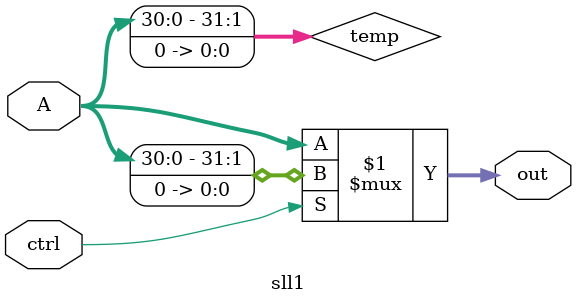
<source format=v>
module sll1(out, A, ctrl);
    input [31:0] A;
    output [31:0] out; 

    wire [31:0] temp; 
    input ctrl;

    assign temp[31:1] = A[30:0];
    assign temp[0] = 0;

    assign out = ctrl ? temp : A;

endmodule
</source>
